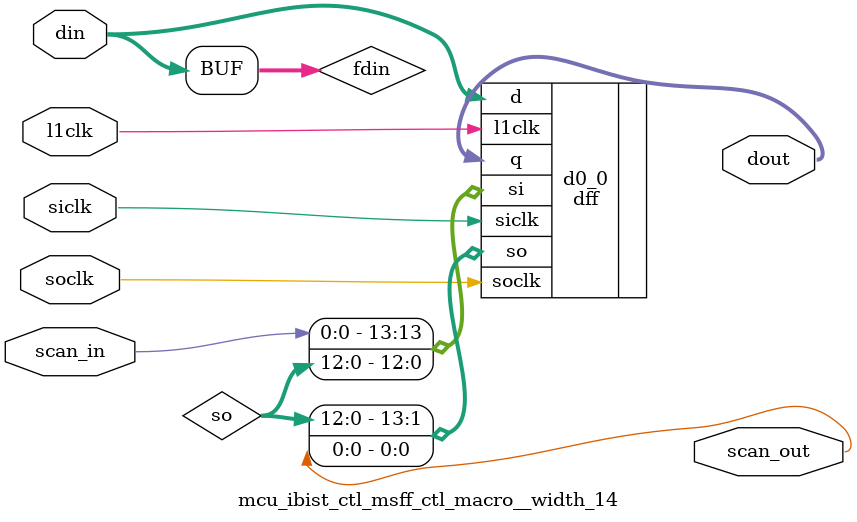
<source format=v>
module mcu_ibist_ctl (
  ibist_txdata, 
  ibtx_done, 
  ibrx_done, 
  ibrx_rxerrstat, 
  ibrx_errcnt, 
  ibrx_errlnnum, 
  ibrx_errstat, 
  fbdic_sbfibportctl, 
  fbdic_sbfibpgctl, 
  fbdic_sbfibpattbuf1, 
  fbdic_sbfibtxmsk, 
  fbdic_sbfibtxshft, 
  fbdic_sbfibpattbuf2, 
  fbdic_sbfibpatt2en, 
  fbdic_txstart, 
  fbdic_nbfibportctl, 
  fbdic_nbfibpgctl, 
  fbdic_nbfibpattbuf1, 
  fbdic_nbfibrxmsk, 
  fbdic_nbfibrxshft, 
  fbdic_nbfibrxlnerr, 
  fbdic_nbfibpattbuf2, 
  fbdic_nbfibpatt2en, 
  fbdic_rxstart, 
  fbdic_ibrx_start_ld, 
  fbdic_nbfibportctl_en, 
  fbdic_errcnt_clr, 
  fbdic_errstat_clr, 
  ibist_rxdata, 
  l1clk, 
  scan_in, 
  scan_out, 
  tcu_aclk, 
  tcu_bclk, 
  tcu_scan_en);
wire siclk;
wire soclk;
wire se;
wire u_ibtx_scanin;
wire u_ibtx_scanout;
wire u_ibrx_scanin;
wire u_ibrx_scanout;


output	[119:0]	ibist_txdata;
output		ibtx_done;

output		ibrx_done;
output	[13:0]	ibrx_rxerrstat;
output	[9:0]	ibrx_errcnt;
output	[3:0]	ibrx_errlnnum;
output	[1:0]	ibrx_errstat;

input	[23:0]	fbdic_sbfibportctl;
input	[31:0]	fbdic_sbfibpgctl;
input	[23:0]	fbdic_sbfibpattbuf1;
input	[9:0]	fbdic_sbfibtxmsk;
input	[9:0]	fbdic_sbfibtxshft;
input	[23:0]	fbdic_sbfibpattbuf2;
input	[9:0]	fbdic_sbfibpatt2en;
input		fbdic_txstart;

input	[23:0]	fbdic_nbfibportctl;
input	[31:0]	fbdic_nbfibpgctl;
input	[23:0]	fbdic_nbfibpattbuf1;
input	[13:0]	fbdic_nbfibrxmsk;
input	[13:0]	fbdic_nbfibrxshft;
input	[13:0]	fbdic_nbfibrxlnerr;
input	[23:0]	fbdic_nbfibpattbuf2;
input	[13:0]	fbdic_nbfibpatt2en;
input		fbdic_rxstart;

input		fbdic_ibrx_start_ld;
input		fbdic_nbfibportctl_en;
input	[9:0]	fbdic_errcnt_clr;
input	[1:0]	fbdic_errstat_clr;

input	[167:0]	ibist_rxdata;

input        l1clk ;
input        scan_in ;
output       scan_out ;

input        tcu_aclk ;
input        tcu_bclk ;
input        tcu_scan_en ;

// Code
assign siclk = tcu_aclk;
assign soclk = tcu_bclk;
assign se = tcu_scan_en;

mcu_ibtx_ctl u_ibtx (
	.scan_in(u_ibtx_scanin),
	.scan_out(u_ibtx_scanout),
	.l1clk(l1clk),
  .ibist_txdata(ibist_txdata[119:0]),
  .ibtx_done(ibtx_done),
  .fbdic_sbfibportctl(fbdic_sbfibportctl[23:0]),
  .fbdic_sbfibpgctl(fbdic_sbfibpgctl[31:0]),
  .fbdic_sbfibpattbuf1(fbdic_sbfibpattbuf1[23:0]),
  .fbdic_sbfibtxmsk(fbdic_sbfibtxmsk[9:0]),
  .fbdic_sbfibtxshft(fbdic_sbfibtxshft[9:0]),
  .fbdic_sbfibpattbuf2(fbdic_sbfibpattbuf2[23:0]),
  .fbdic_sbfibpatt2en(fbdic_sbfibpatt2en[9:0]),
  .fbdic_txstart(fbdic_txstart),
  .tcu_aclk(tcu_aclk),
  .tcu_bclk(tcu_bclk),
  .tcu_scan_en(tcu_scan_en)
      );

mcu_ibrx_ctl u_ibrx (
	.scan_in(u_ibrx_scanin),
	.scan_out(u_ibrx_scanout),
	.l1clk(l1clk),
  .ibrx_done(ibrx_done),
  .ibrx_rxerrstat(ibrx_rxerrstat[13:0]),
  .ibrx_errcnt(ibrx_errcnt[9:0]),
  .ibrx_errlnnum(ibrx_errlnnum[3:0]),
  .ibrx_errstat(ibrx_errstat[1:0]),
  .fbdic_nbfibportctl(fbdic_nbfibportctl[23:0]),
  .fbdic_nbfibpgctl(fbdic_nbfibpgctl[31:0]),
  .fbdic_nbfibpattbuf1(fbdic_nbfibpattbuf1[23:0]),
  .fbdic_nbfibrxmsk(fbdic_nbfibrxmsk[13:0]),
  .fbdic_nbfibrxshft(fbdic_nbfibrxshft[13:0]),
  .fbdic_nbfibrxlnerr(fbdic_nbfibrxlnerr[13:0]),
  .fbdic_nbfibpattbuf2(fbdic_nbfibpattbuf2[23:0]),
  .fbdic_nbfibpatt2en(fbdic_nbfibpatt2en[13:0]),
  .fbdic_rxstart(fbdic_rxstart),
  .fbdic_ibrx_start_ld(fbdic_ibrx_start_ld),
  .fbdic_nbfibportctl_en(fbdic_nbfibportctl_en),
  .fbdic_errcnt_clr(fbdic_errcnt_clr[9:0]),
  .fbdic_errstat_clr(fbdic_errstat_clr[1:0]),
  .ibist_rxdata(ibist_rxdata[167:0]),
  .tcu_aclk(tcu_aclk),
  .tcu_bclk(tcu_bclk),
  .tcu_scan_en(tcu_scan_en)
      );

// fixscan start:
assign u_ibtx_scanin             = scan_in                  ;
assign u_ibrx_scanin             = u_ibtx_scanout           ;
assign scan_out                  = u_ibrx_scanout           ;
// fixscan end:
endmodule



// any PARAMS parms go into naming of macro

module mcu_ibist_ctl_msff_ctl_macro__width_6 (
  din, 
  l1clk, 
  scan_in, 
  siclk, 
  soclk, 
  dout, 
  scan_out);
wire [5:0] fdin;
wire [4:0] so;

  input [5:0] din;
  input l1clk;
  input scan_in;


  input siclk;
  input soclk;

  output [5:0] dout;
  output scan_out;
assign fdin[5:0] = din[5:0];






dff /*#(6)*/  d0_0 (
.l1clk(l1clk),
.siclk(siclk),
.soclk(soclk),
.d(fdin[5:0]),
.si({scan_in,so[4:0]}),
.so({so[4:0],scan_out}),
.q(dout[5:0])
);












endmodule













// any PARAMS parms go into naming of macro

module mcu_ibist_ctl_msff_ctl_macro__width_5 (
  din, 
  l1clk, 
  scan_in, 
  siclk, 
  soclk, 
  dout, 
  scan_out);
wire [4:0] fdin;
wire [3:0] so;

  input [4:0] din;
  input l1clk;
  input scan_in;


  input siclk;
  input soclk;

  output [4:0] dout;
  output scan_out;
assign fdin[4:0] = din[4:0];






dff /*#(5)*/  d0_0 (
.l1clk(l1clk),
.siclk(siclk),
.soclk(soclk),
.d(fdin[4:0]),
.si({scan_in,so[3:0]}),
.so({so[3:0],scan_out}),
.q(dout[4:0])
);












endmodule













// any PARAMS parms go into naming of macro

module mcu_ibist_ctl_msff_ctl_macro__width_7 (
  din, 
  l1clk, 
  scan_in, 
  siclk, 
  soclk, 
  dout, 
  scan_out);
wire [6:0] fdin;
wire [5:0] so;

  input [6:0] din;
  input l1clk;
  input scan_in;


  input siclk;
  input soclk;

  output [6:0] dout;
  output scan_out;
assign fdin[6:0] = din[6:0];






dff /*#(7)*/  d0_0 (
.l1clk(l1clk),
.siclk(siclk),
.soclk(soclk),
.d(fdin[6:0]),
.si({scan_in,so[5:0]}),
.so({so[5:0],scan_out}),
.q(dout[6:0])
);












endmodule













// any PARAMS parms go into naming of macro

module mcu_ibist_ctl_msff_ctl_macro__width_2 (
  din, 
  l1clk, 
  scan_in, 
  siclk, 
  soclk, 
  dout, 
  scan_out);
wire [1:0] fdin;
wire [0:0] so;

  input [1:0] din;
  input l1clk;
  input scan_in;


  input siclk;
  input soclk;

  output [1:0] dout;
  output scan_out;
assign fdin[1:0] = din[1:0];






dff /*#(2)*/  d0_0 (
.l1clk(l1clk),
.siclk(siclk),
.soclk(soclk),
.d(fdin[1:0]),
.si({scan_in,so[0:0]}),
.so({so[0:0],scan_out}),
.q(dout[1:0])
);












endmodule













// any PARAMS parms go into naming of macro

module mcu_ibist_ctl_msff_ctl_macro (
  din, 
  l1clk, 
  scan_in, 
  siclk, 
  soclk, 
  dout, 
  scan_out);
wire [0:0] fdin;

  input [0:0] din;
  input l1clk;
  input scan_in;


  input siclk;
  input soclk;

  output [0:0] dout;
  output scan_out;
assign fdin[0:0] = din[0:0];






dff /*#(1)*/  d0_0 (
.l1clk(l1clk),
.siclk(siclk),
.soclk(soclk),
.d(fdin[0:0]),
.si(scan_in),
.so(scan_out),
.q(dout[0:0])
);












endmodule













// any PARAMS parms go into naming of macro

module mcu_ibist_ctl_msff_ctl_macro__width_4 (
  din, 
  l1clk, 
  scan_in, 
  siclk, 
  soclk, 
  dout, 
  scan_out);
wire [3:0] fdin;
wire [2:0] so;

  input [3:0] din;
  input l1clk;
  input scan_in;


  input siclk;
  input soclk;

  output [3:0] dout;
  output scan_out;
assign fdin[3:0] = din[3:0];






dff /*#(4)*/  d0_0 (
.l1clk(l1clk),
.siclk(siclk),
.soclk(soclk),
.d(fdin[3:0]),
.si({scan_in,so[2:0]}),
.so({so[2:0],scan_out}),
.q(dout[3:0])
);












endmodule













// any PARAMS parms go into naming of macro

module mcu_ibist_ctl_msff_ctl_macro__width_10 (
  din, 
  l1clk, 
  scan_in, 
  siclk, 
  soclk, 
  dout, 
  scan_out);
wire [9:0] fdin;
wire [8:0] so;

  input [9:0] din;
  input l1clk;
  input scan_in;


  input siclk;
  input soclk;

  output [9:0] dout;
  output scan_out;
assign fdin[9:0] = din[9:0];






dff /*#(10)*/  d0_0 (
.l1clk(l1clk),
.siclk(siclk),
.soclk(soclk),
.d(fdin[9:0]),
.si({scan_in,so[8:0]}),
.so({so[8:0],scan_out}),
.q(dout[9:0])
);


endmodule




// any PARAMS parms go into naming of macro

module mcu_ibist_ctl_msff_ctl_macro__width_14 (
  din, 
  l1clk, 
  scan_in, 
  siclk, 
  soclk, 
  dout, 
  scan_out);
wire [13:0] fdin;
wire [12:0] so;

  input [13:0] din;
  input l1clk;
  input scan_in;


  input siclk;
  input soclk;

  output [13:0] dout;
  output scan_out;
assign fdin[13:0] = din[13:0];






dff /*#(14)*/  d0_0 (
.l1clk(l1clk),
.siclk(siclk),
.soclk(soclk),
.d(fdin[13:0]),
.si({scan_in,so[12:0]}),
.so({so[12:0],scan_out}),
.q(dout[13:0])
);












endmodule









</source>
